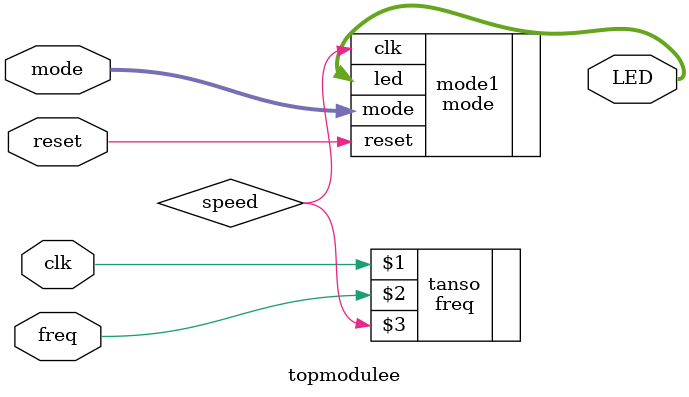
<source format=v>
`timescale 1ns / 1ps
module topmodulee(
input clk, reset, freq,
input [1:0] mode,
output [7:0] LED
    );
wire speed;
freq tanso(clk, freq, speed);
mode mode1(.clk(speed), .reset(reset), .mode(mode), .led(LED));
     
endmodule

</source>
